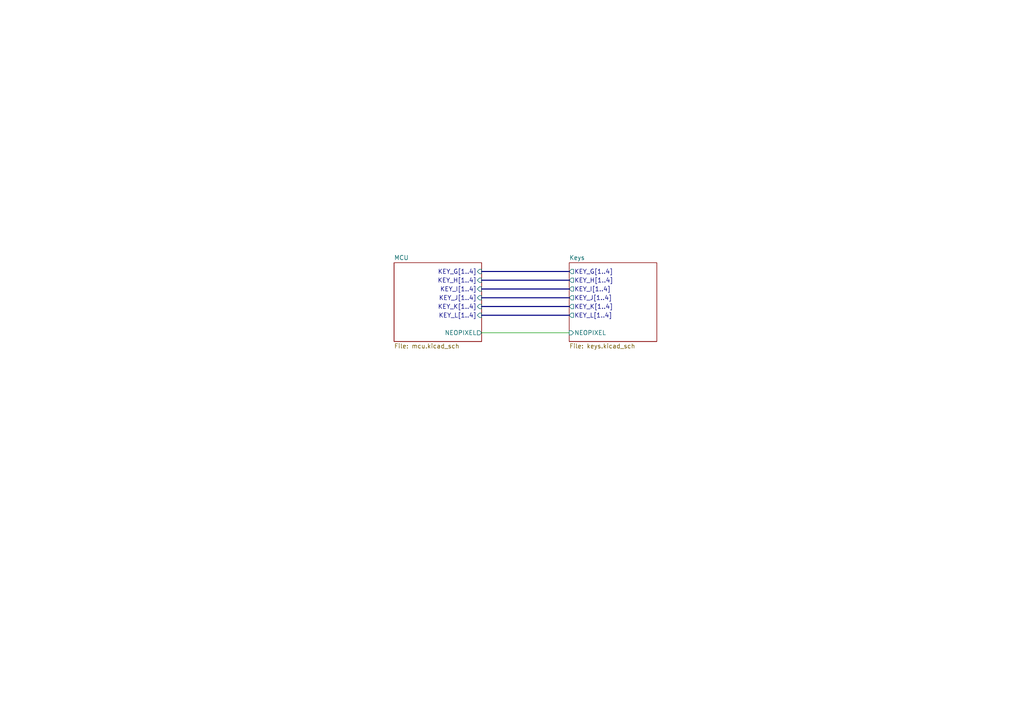
<source format=kicad_sch>
(kicad_sch
	(version 20250114)
	(generator "eeschema")
	(generator_version "9.0")
	(uuid "b3650411-80d8-4885-8b8e-9727427c52f9")
	(paper "A4")
	(lib_symbols)
	(bus
		(pts
			(xy 139.7 86.36) (xy 165.1 86.36)
		)
		(stroke
			(width 0)
			(type default)
		)
		(uuid "0280cbe5-fefb-4a2c-a4bb-d37714160f3b")
	)
	(bus
		(pts
			(xy 139.7 83.82) (xy 165.1 83.82)
		)
		(stroke
			(width 0)
			(type default)
		)
		(uuid "0626060e-c9dc-4cd5-9b6d-4578246db80a")
	)
	(bus
		(pts
			(xy 139.7 78.74) (xy 165.1 78.74)
		)
		(stroke
			(width 0)
			(type default)
		)
		(uuid "3d795c2e-2c55-4e04-bff0-662a30512db9")
	)
	(bus
		(pts
			(xy 139.7 91.44) (xy 165.1 91.44)
		)
		(stroke
			(width 0)
			(type default)
		)
		(uuid "808b34f4-adfe-44e5-a074-0bcd1e976450")
	)
	(wire
		(pts
			(xy 139.7 96.52) (xy 165.1 96.52)
		)
		(stroke
			(width 0)
			(type default)
		)
		(uuid "a088497e-1fa4-45e7-ab7e-59363dee2171")
	)
	(bus
		(pts
			(xy 139.7 88.9) (xy 165.1 88.9)
		)
		(stroke
			(width 0)
			(type default)
		)
		(uuid "ba5dde17-45de-4a2b-9393-c1b84209a7ea")
	)
	(bus
		(pts
			(xy 139.7 81.28) (xy 165.1 81.28)
		)
		(stroke
			(width 0)
			(type default)
		)
		(uuid "f02c7b47-e9f9-4f56-bbe9-01ab05c7a200")
	)
	(sheet
		(at 114.3 76.2)
		(size 25.4 22.86)
		(exclude_from_sim no)
		(in_bom yes)
		(on_board yes)
		(dnp no)
		(fields_autoplaced yes)
		(stroke
			(width 0.1524)
			(type solid)
		)
		(fill
			(color 0 0 0 0.0000)
		)
		(uuid "275c43c9-42fc-40f0-aa9b-a98c3850219b")
		(property "Sheetname" "MCU"
			(at 114.3 75.4884 0)
			(effects
				(font
					(size 1.27 1.27)
				)
				(justify left bottom)
			)
		)
		(property "Sheetfile" "mcu.kicad_sch"
			(at 114.3 99.6446 0)
			(effects
				(font
					(size 1.27 1.27)
				)
				(justify left top)
			)
		)
		(pin "KEY_G[1..4]" input
			(at 139.7 78.74 0)
			(uuid "f60e677c-74f2-483c-b5be-28638c098411")
			(effects
				(font
					(size 1.27 1.27)
				)
				(justify right)
			)
		)
		(pin "KEY_H[1..4]" input
			(at 139.7 81.28 0)
			(uuid "b36dd03a-b144-4eee-97fd-eb7517cf9df3")
			(effects
				(font
					(size 1.27 1.27)
				)
				(justify right)
			)
		)
		(pin "KEY_I[1..4]" input
			(at 139.7 83.82 0)
			(uuid "95c10d94-cd0c-4a3d-ad8d-fe4aa2d1916d")
			(effects
				(font
					(size 1.27 1.27)
				)
				(justify right)
			)
		)
		(pin "KEY_J[1..4]" input
			(at 139.7 86.36 0)
			(uuid "96d95b22-9758-4795-94b8-526be32e724c")
			(effects
				(font
					(size 1.27 1.27)
				)
				(justify right)
			)
		)
		(pin "KEY_K[1..4]" input
			(at 139.7 88.9 0)
			(uuid "5f3b1612-66e9-4950-86e0-a12ef9746636")
			(effects
				(font
					(size 1.27 1.27)
				)
				(justify right)
			)
		)
		(pin "KEY_L[1..4]" input
			(at 139.7 91.44 0)
			(uuid "bad420b2-797b-4738-8463-f97ced16dc3e")
			(effects
				(font
					(size 1.27 1.27)
				)
				(justify right)
			)
		)
		(pin "NEOPIXEL" output
			(at 139.7 96.52 0)
			(uuid "e45908ee-418d-45e7-aeff-a1c34fc8614e")
			(effects
				(font
					(size 1.27 1.27)
				)
				(justify right)
			)
		)
		(instances
			(project "right-key-board"
				(path "/b3650411-80d8-4885-8b8e-9727427c52f9"
					(page "3")
				)
			)
		)
	)
	(sheet
		(at 165.1 76.2)
		(size 25.4 22.86)
		(exclude_from_sim no)
		(in_bom yes)
		(on_board yes)
		(dnp no)
		(fields_autoplaced yes)
		(stroke
			(width 0.1524)
			(type solid)
		)
		(fill
			(color 0 0 0 0.0000)
		)
		(uuid "ba7dae41-a9ec-475c-8b66-e19e85f89a7e")
		(property "Sheetname" "Keys"
			(at 165.1 75.4884 0)
			(effects
				(font
					(size 1.27 1.27)
				)
				(justify left bottom)
			)
		)
		(property "Sheetfile" "keys.kicad_sch"
			(at 165.1 99.6446 0)
			(effects
				(font
					(size 1.27 1.27)
				)
				(justify left top)
			)
		)
		(pin "KEY_G[1..4]" output
			(at 165.1 78.74 180)
			(uuid "f2a2882f-e705-471c-a027-0f107ed58af5")
			(effects
				(font
					(size 1.27 1.27)
				)
				(justify left)
			)
		)
		(pin "KEY_H[1..4]" output
			(at 165.1 81.28 180)
			(uuid "820b07d3-cfc6-4bdc-846c-2f21e7f4e3ea")
			(effects
				(font
					(size 1.27 1.27)
				)
				(justify left)
			)
		)
		(pin "KEY_I[1..4]" output
			(at 165.1 83.82 180)
			(uuid "cab42bdf-2c43-452e-ac3a-d3dc93c16ff3")
			(effects
				(font
					(size 1.27 1.27)
				)
				(justify left)
			)
		)
		(pin "KEY_J[1..4]" output
			(at 165.1 86.36 180)
			(uuid "013d4e70-b7e8-4fe5-997f-7dc03cb61220")
			(effects
				(font
					(size 1.27 1.27)
				)
				(justify left)
			)
		)
		(pin "KEY_K[1..4]" output
			(at 165.1 88.9 180)
			(uuid "e69292d4-afcf-46a3-895c-fd3c1162fe6c")
			(effects
				(font
					(size 1.27 1.27)
				)
				(justify left)
			)
		)
		(pin "KEY_L[1..4]" output
			(at 165.1 91.44 180)
			(uuid "b691cd0f-408c-46dd-b4dc-b62447a14cf5")
			(effects
				(font
					(size 1.27 1.27)
				)
				(justify left)
			)
		)
		(pin "NEOPIXEL" input
			(at 165.1 96.52 180)
			(uuid "830e2aaa-d6b7-4874-bec6-7e45a7705793")
			(effects
				(font
					(size 1.27 1.27)
				)
				(justify left)
			)
		)
		(instances
			(project "right-key-board"
				(path "/b3650411-80d8-4885-8b8e-9727427c52f9"
					(page "2")
				)
			)
		)
	)
	(sheet_instances
		(path "/"
			(page "1")
		)
	)
	(embedded_fonts no)
)

</source>
